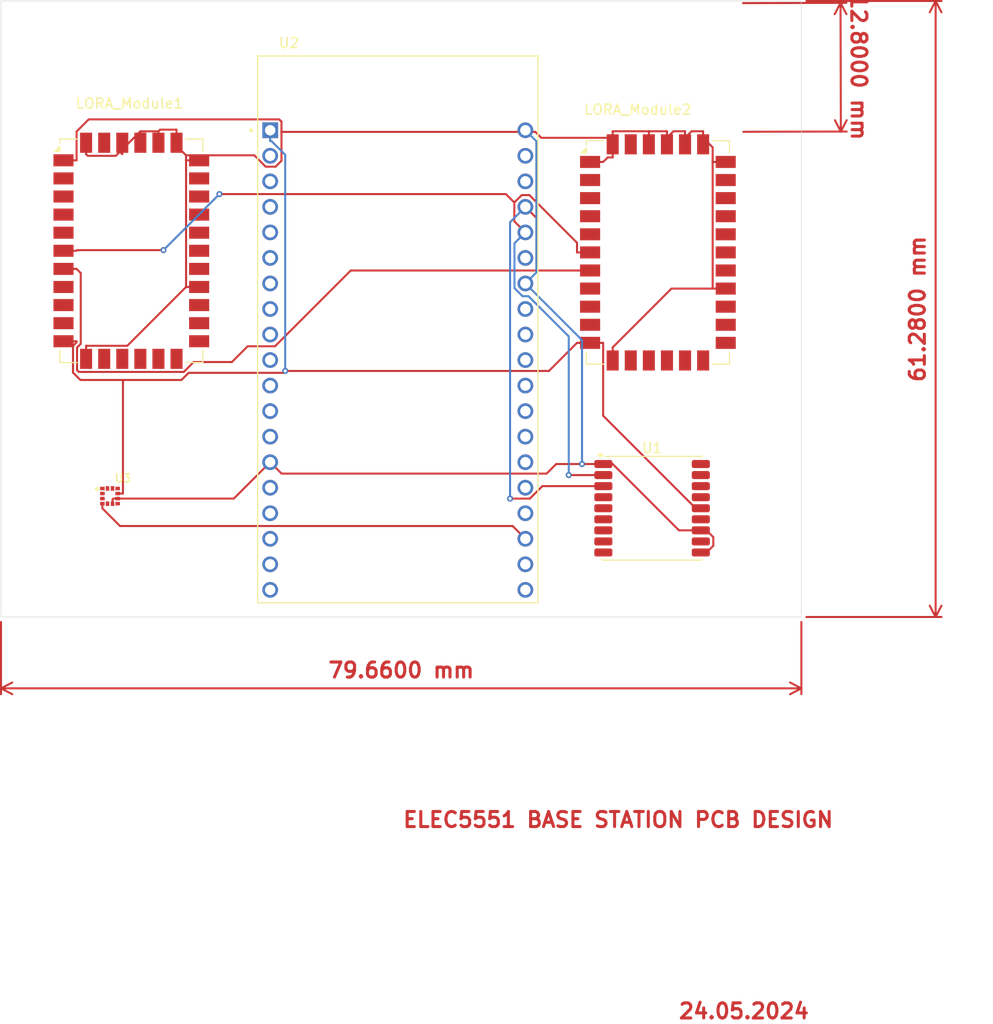
<source format=kicad_pcb>
(kicad_pcb (version 20240108) (generator "pcbnew") (generator_version "8.0")
  (layers (0 "F.Cu" signal) (31 "B.Cu" signal) (34 "B.Paste" user) (35 "F.Paste" user) (36 "B.SilkS" user "B.Silkscreen") (37 "F.SilkS" user "F.Silkscreen") (38 "B.Mask" user) (39 "F.Mask" user) (44 "Edge.Cuts" user))
  (net 0 "")
  (net 4 "GNDREF")
  (net 6 "Net-(LORA_Module1-PA9{slash}USART1_TX)")
  (net 12 "Net-(LORA_Module1-PA10{slash}USART1_RX)")
  (net 16 "Net-(LORA_Module1-VCC)")
  (net 21 "Net-(LORA_Module1-PB12)")
  (net 47 "Net-(LORA_Module2-PB13)")
  (net 77 "Net-(U2-EXT_5V)")
  (net 100 "Net-(U2-SD1)")
  (footprint "ESP32-DEVKITC-32D:MODULE_ESP32-DEVKITC-32D" (layer "F.Cu") (at 95.66 63.46)
    (property "Reference" "U2" (at -10.829175 -28.446045 0) (layer "F.SilkS") (effects (font (size 1.000386 1.000386))))
    (property "Value" "ESP32-DEVKITC-32D")
    (fp_line (start -13.95 -27.15) (end 13.95 -27.15) (stroke (width 0.127)) (layer "F.SilkS"))
    (fp_line (start -13.95 27.25) (end -13.95 -27.15) (stroke (width 0.127)) (layer "F.SilkS"))
    (fp_line (start 13.95 -27.15) (end 13.95 27.25) (stroke (width 0.127)) (layer "F.SilkS"))
    (fp_line (start 13.95 27.25) (end -13.95 27.25) (stroke (width 0.127)) (layer "F.SilkS"))
    (fp_circle (center -14.6 -19.76) (end -14.5 -19.76) (stroke (width 0.2)) (fill none) (layer "F.SilkS"))
    (pad "J2-1" thru_hole rect (at -12.7 -19.76) (size 1.56 1.56) (drill 1.04) (layers "*.Cu" "*.Mask") (net 16 "Net-(LORA_Module1-VCC)"))
    (pad "J2-2" thru_hole circle (at -12.7 -17.22) (size 1.56 1.56) (drill 1.04) (layers "*.Cu" "*.Mask"))
    (pad "J2-3" thru_hole circle (at -12.7 -14.68) (size 1.56 1.56) (drill 1.04) (layers "*.Cu" "*.Mask"))
    (pad "J2-4" thru_hole circle (at -12.7 -12.14) (size 1.56 1.56) (drill 1.04) (layers "*.Cu" "*.Mask"))
    (pad "J2-5" thru_hole circle (at -12.7 -9.6) (size 1.56 1.56) (drill 1.04) (layers "*.Cu" "*.Mask"))
    (pad "J2-6" thru_hole circle (at -12.7 -7.06) (size 1.56 1.56) (drill 1.04) (layers "*.Cu" "*.Mask"))
    (pad "J2-7" thru_hole circle (at -12.7 -4.52) (size 1.56 1.56) (drill 1.04) (layers "*.Cu" "*.Mask"))
    (pad "J2-8" thru_hole circle (at -12.7 -1.98) (size 1.56 1.56) (drill 1.04) (layers "*.Cu" "*.Mask"))
    (pad "J2-9" thru_hole circle (at -12.7 0.56) (size 1.56 1.56) (drill 1.04) (layers "*.Cu" "*.Mask"))
    (pad "J2-10" thru_hole circle (at -12.7 3.1) (size 1.56 1.56) (drill 1.04) (layers "*.Cu" "*.Mask"))
    (pad "J2-11" thru_hole circle (at -12.7 5.64) (size 1.56 1.56) (drill 1.04) (layers "*.Cu" "*.Mask"))
    (pad "J2-12" thru_hole circle (at -12.7 8.18) (size 1.56 1.56) (drill 1.04) (layers "*.Cu" "*.Mask"))
    (pad "J2-13" thru_hole circle (at -12.7 10.72) (size 1.56 1.56) (drill 1.04) (layers "*.Cu" "*.Mask"))
    (pad "J2-14" thru_hole circle (at -12.7 13.26) (size 1.56 1.56) (drill 1.04) (layers "*.Cu" "*.Mask") (net 4 "GNDREF"))
    (pad "J2-15" thru_hole circle (at -12.7 15.8) (size 1.56 1.56) (drill 1.04) (layers "*.Cu" "*.Mask"))
    (pad "J2-16" thru_hole circle (at -12.7 18.34) (size 1.56 1.56) (drill 1.04) (layers "*.Cu" "*.Mask"))
    (pad "J2-17" thru_hole circle (at -12.7 20.88) (size 1.56 1.56) (drill 1.04) (layers "*.Cu" "*.Mask"))
    (pad "J2-18" thru_hole circle (at -12.7 23.42) (size 1.56 1.56) (drill 1.04) (layers "*.Cu" "*.Mask"))
    (pad "J2-19" thru_hole circle (at -12.7 25.96) (size 1.56 1.56) (drill 1.04) (layers "*.Cu" "*.Mask") (net 77 "Net-(U2-EXT_5V)"))
    (pad "J3-1" thru_hole circle (at 12.7 -19.76) (size 1.56 1.56) (drill 1.04) (layers "*.Cu" "*.Mask") (net 4 "GNDREF"))
    (pad "J3-2" thru_hole circle (at 12.7 -17.22) (size 1.56 1.56) (drill 1.04) (layers "*.Cu" "*.Mask"))
    (pad "J3-3" thru_hole circle (at 12.7 -14.68) (size 1.56 1.56) (drill 1.04) (layers "*.Cu" "*.Mask"))
    (pad "J3-4" thru_hole circle (at 12.7 -12.14) (size 1.56 1.56) (drill 1.04) (layers "*.Cu" "*.Mask") (net 12 "Net-(LORA_Module1-PA10{slash}USART1_RX)"))
    (pad "J3-5" thru_hole circle (at 12.7 -9.6) (size 1.56 1.56) (drill 1.04) (layers "*.Cu" "*.Mask") (net 6 "Net-(LORA_Module1-PA9{slash}USART1_TX)"))
    (pad "J3-6" thru_hole circle (at 12.7 -7.06) (size 1.56 1.56) (drill 1.04) (layers "*.Cu" "*.Mask"))
    (pad "J3-7" thru_hole circle (at 12.7 -4.52) (size 1.56 1.56) (drill 1.04) (layers "*.Cu" "*.Mask") (net 4 "GNDREF"))
    (pad "J3-8" thru_hole circle (at 12.7 -1.98) (size 1.56 1.56) (drill 1.04) (layers "*.Cu" "*.Mask"))
    (pad "J3-9" thru_hole circle (at 12.7 0.56) (size 1.56 1.56) (drill 1.04) (layers "*.Cu" "*.Mask"))
    (pad "J3-10" thru_hole circle (at 12.7 3.1) (size 1.56 1.56) (drill 1.04) (layers "*.Cu" "*.Mask"))
    (pad "J3-11" thru_hole circle (at 12.7 5.64) (size 1.56 1.56) (drill 1.04) (layers "*.Cu" "*.Mask"))
    (pad "J3-12" thru_hole circle (at 12.7 8.18) (size 1.56 1.56) (drill 1.04) (layers "*.Cu" "*.Mask"))
    (pad "J3-13" thru_hole circle (at 12.7 10.72) (size 1.56 1.56) (drill 1.04) (layers "*.Cu" "*.Mask"))
    (pad "J3-14" thru_hole circle (at 12.7 13.26) (size 1.56 1.56) (drill 1.04) (layers "*.Cu" "*.Mask"))
    (pad "J3-15" thru_hole circle (at 12.7 15.8) (size 1.56 1.56) (drill 1.04) (layers "*.Cu" "*.Mask"))
    (pad "J3-16" thru_hole circle (at 12.7 18.34) (size 1.56 1.56) (drill 1.04) (layers "*.Cu" "*.Mask"))
    (pad "J3-17" thru_hole circle (at 12.7 20.88) (size 1.56 1.56) (drill 1.04) (layers "*.Cu" "*.Mask") (net 100 "Net-(U2-SD1)"))
    (pad "J3-18" thru_hole circle (at 12.7 23.42) (size 1.56 1.56) (drill 1.04) (layers "*.Cu" "*.Mask"))
    (pad "J3-19" thru_hole circle (at 12.7 25.96) (size 1.56 1.56) (drill 1.04) (layers "*.Cu" "*.Mask"))
  )
  (footprint "RF_Module:RAK811" (layer "F.Cu") (at 69.14 55.69)
    (property "Reference" "LORA_Module1" (at -0.18 -14.66 0) (layer "F.SilkS"))
    (property "Value" "RAK811-LF-CN470")
    (fp_line (start -7.12 -11.12) (end -7.12 -10.7) (stroke (width 0.12)) (layer "F.SilkS"))
    (fp_line (start -7.12 -11.12) (end -5.4 -11.12) (stroke (width 0.12)) (layer "F.SilkS"))
    (fp_line (start -7.12 11.12) (end -7.12 9.9) (stroke (width 0.12)) (layer "F.SilkS"))
    (fp_line (start -5.4 11.12) (end -7.12 11.12) (stroke (width 0.12)) (layer "F.SilkS"))
    (fp_line (start 5.4 -11.12) (end 7.12 -11.12) (stroke (width 0.12)) (layer "F.SilkS"))
    (fp_line (start 5.4 11.12) (end 7.12 11.12) (stroke (width 0.12)) (layer "F.SilkS"))
    (fp_line (start 7.12 -11.12) (end 7.12 -9.9) (stroke (width 0.12)) (layer "F.SilkS"))
    (fp_line (start 7.12 9.9) (end 7.12 11.12) (stroke (width 0.12)) (layer "F.SilkS"))
    (fp_poly (pts (xy -7.12 -9.9) (xy -7.62 -9.9) (xy -7.12 -10.4) (xy -7.12 -9.9)) (stroke (width 0.12)) (fill solid) (layer "F.SilkS"))
    (pad "1" smd rect (at -6.75 -9) (size 2 1.2) (layers "F.Cu" "F.Paste" "F.Mask") (net 4 "GNDREF"))
    (pad "2" smd rect (at -6.75 -7.2) (size 2 1.2) (layers "F.Cu" "F.Paste" "F.Mask") (net 21 "Net-(LORA_Module1-PB12)"))
    (pad "3" smd rect (at -6.75 -5.4) (size 2 1.2) (layers "F.Cu" "F.Paste" "F.Mask"))
    (pad "4" smd rect (at -6.75 -3.6) (size 2 1.2) (layers "F.Cu" "F.Paste" "F.Mask"))
    (pad "5" smd rect (at -6.75 -1.8) (size 2 1.2) (layers "F.Cu" "F.Paste" "F.Mask"))
    (pad "6" smd rect (at -6.75 0) (size 2 1.2) (layers "F.Cu" "F.Paste" "F.Mask") (net 6 "Net-(LORA_Module1-PA9{slash}USART1_TX)"))
    (pad "7" smd rect (at -6.75 1.8) (size 2 1.2) (layers "F.Cu" "F.Paste" "F.Mask") (net 12 "Net-(LORA_Module1-PA10{slash}USART1_RX)"))
    (pad "8" smd rect (at -6.75 3.6) (size 2 1.2) (layers "F.Cu" "F.Paste" "F.Mask"))
    (pad "9" smd rect (at -6.75 5.4) (size 2 1.2) (layers "F.Cu" "F.Paste" "F.Mask"))
    (pad "10" smd rect (at -6.75 7.2) (size 2 1.2) (layers "F.Cu" "F.Paste" "F.Mask"))
    (pad "11" smd rect (at -6.75 9) (size 2 1.2) (layers "F.Cu" "F.Paste" "F.Mask") (net 16 "Net-(LORA_Module1-VCC)"))
    (pad "12" smd rect (at -4.5 10.75) (size 1.2 2) (layers "F.Cu" "F.Paste" "F.Mask") (net 4 "GNDREF"))
    (pad "13" smd rect (at -2.7 10.75) (size 1.2 2) (layers "F.Cu" "F.Paste" "F.Mask"))
    (pad "14" smd rect (at -0.9 10.75) (size 1.2 2) (layers "F.Cu" "F.Paste" "F.Mask"))
    (pad "15" smd rect (at 0.9 10.75) (size 1.2 2) (layers "F.Cu" "F.Paste" "F.Mask"))
    (pad "16" smd rect (at 2.7 10.75) (size 1.2 2) (layers "F.Cu" "F.Paste" "F.Mask"))
    (pad "17" smd rect (at 4.5 10.75) (size 1.2 2) (layers "F.Cu" "F.Paste" "F.Mask"))
    (pad "18" smd rect (at 6.75 9) (size 2 1.2) (layers "F.Cu" "F.Paste" "F.Mask"))
    (pad "19" smd rect (at 6.75 7.2) (size 2 1.2) (layers "F.Cu" "F.Paste" "F.Mask"))
    (pad "20" smd rect (at 6.75 5.4) (size 2 1.2) (layers "F.Cu" "F.Paste" "F.Mask"))
    (pad "21" smd rect (at 6.75 3.6) (size 2 1.2) (layers "F.Cu" "F.Paste" "F.Mask") (net 4 "GNDREF"))
    (pad "22" smd rect (at 6.75 1.8) (size 2 1.2) (layers "F.Cu" "F.Paste" "F.Mask"))
    (pad "23" smd rect (at 6.75 0) (size 2 1.2) (layers "F.Cu" "F.Paste" "F.Mask"))
    (pad "24" smd rect (at 6.75 -1.8) (size 2 1.2) (layers "F.Cu" "F.Paste" "F.Mask"))
    (pad "25" smd rect (at 6.75 -3.6) (size 2 1.2) (layers "F.Cu" "F.Paste" "F.Mask"))
    (pad "26" smd rect (at 6.75 -5.4) (size 2 1.2) (layers "F.Cu" "F.Paste" "F.Mask"))
    (pad "27" smd rect (at 6.75 -7.2) (size 2 1.2) (layers "F.Cu" "F.Paste" "F.Mask"))
    (pad "28" smd rect (at 6.75 -9) (size 2 1.2) (layers "F.Cu" "F.Paste" "F.Mask") (net 4 "GNDREF"))
    (pad "29" smd rect (at 4.5 -10.75) (size 1.2 2) (layers "F.Cu" "F.Paste" "F.Mask") (net 4 "GNDREF"))
    (pad "30" smd rect (at 2.7 -10.75) (size 1.2 2) (layers "F.Cu" "F.Paste" "F.Mask") (net 4 "GNDREF"))
    (pad "31" smd rect (at 0.9 -10.75) (size 1.2 2) (layers "F.Cu" "F.Paste" "F.Mask") (net 4 "GNDREF"))
    (pad "32" smd rect (at -0.9 -10.75) (size 1.2 2) (layers "F.Cu" "F.Paste" "F.Mask") (net 4 "GNDREF"))
    (pad "33" smd rect (at -2.7 -10.75) (size 1.2 2) (layers "F.Cu" "F.Paste" "F.Mask"))
    (pad "34" smd rect (at -4.5 -10.75) (size 1.2 2) (layers "F.Cu" "F.Paste" "F.Mask") (net 4 "GNDREF"))
  )
  (footprint "RF_Module:RAK811" (layer "F.Cu") (at 121.55 55.85)
    (property "Reference" "LORA_Module2" (at -2 -14.21 0) (layer "F.SilkS"))
    (property "Value" "RAK811-LF-CN470")
    (fp_line (start -7.12 -11.12) (end -7.12 -10.7) (stroke (width 0.12)) (layer "F.SilkS"))
    (fp_line (start -7.12 -11.12) (end -5.4 -11.12) (stroke (width 0.12)) (layer "F.SilkS"))
    (fp_line (start -7.12 11.12) (end -7.12 9.9) (stroke (width 0.12)) (layer "F.SilkS"))
    (fp_line (start -5.4 11.12) (end -7.12 11.12) (stroke (width 0.12)) (layer "F.SilkS"))
    (fp_line (start 5.4 -11.12) (end 7.12 -11.12) (stroke (width 0.12)) (layer "F.SilkS"))
    (fp_line (start 5.4 11.12) (end 7.12 11.12) (stroke (width 0.12)) (layer "F.SilkS"))
    (fp_line (start 7.12 -11.12) (end 7.12 -9.9) (stroke (width 0.12)) (layer "F.SilkS"))
    (fp_line (start 7.12 9.9) (end 7.12 11.12) (stroke (width 0.12)) (layer "F.SilkS"))
    (fp_poly (pts (xy -7.12 -9.9) (xy -7.62 -9.9) (xy -7.12 -10.4) (xy -7.12 -9.9)) (stroke (width 0.12)) (fill solid) (layer "F.SilkS"))
    (pad "1" smd rect (at -6.75 -9) (size 2 1.2) (layers "F.Cu" "F.Paste" "F.Mask") (net 4 "GNDREF"))
    (pad "2" smd rect (at -6.75 -7.2) (size 2 1.2) (layers "F.Cu" "F.Paste" "F.Mask"))
    (pad "3" smd rect (at -6.75 -5.4) (size 2 1.2) (layers "F.Cu" "F.Paste" "F.Mask"))
    (pad "4" smd rect (at -6.75 -3.6) (size 2 1.2) (layers "F.Cu" "F.Paste" "F.Mask"))
    (pad "5" smd rect (at -6.75 -1.8) (size 2 1.2) (layers "F.Cu" "F.Paste" "F.Mask") (net 47 "Net-(LORA_Module2-PB13)"))
    (pad "6" smd rect (at -6.75 0) (size 2 1.2) (layers "F.Cu" "F.Paste" "F.Mask") (net 6 "Net-(LORA_Module1-PA9{slash}USART1_TX)"))
    (pad "7" smd rect (at -6.75 1.8) (size 2 1.2) (layers "F.Cu" "F.Paste" "F.Mask") (net 12 "Net-(LORA_Module1-PA10{slash}USART1_RX)"))
    (pad "8" smd rect (at -6.75 3.6) (size 2 1.2) (layers "F.Cu" "F.Paste" "F.Mask"))
    (pad "9" smd rect (at -6.75 5.4) (size 2 1.2) (layers "F.Cu" "F.Paste" "F.Mask"))
    (pad "10" smd rect (at -6.75 7.2) (size 2 1.2) (layers "F.Cu" "F.Paste" "F.Mask"))
    (pad "11" smd rect (at -6.75 9) (size 2 1.2) (layers "F.Cu" "F.Paste" "F.Mask") (net 16 "Net-(LORA_Module1-VCC)"))
    (pad "12" smd rect (at -4.5 10.75) (size 1.2 2) (layers "F.Cu" "F.Paste" "F.Mask") (net 4 "GNDREF"))
    (pad "13" smd rect (at -2.7 10.75) (size 1.2 2) (layers "F.Cu" "F.Paste" "F.Mask"))
    (pad "14" smd rect (at -0.9 10.75) (size 1.2 2) (layers "F.Cu" "F.Paste" "F.Mask"))
    (pad "15" smd rect (at 0.9 10.75) (size 1.2 2) (layers "F.Cu" "F.Paste" "F.Mask"))
    (pad "16" smd rect (at 2.7 10.75) (size 1.2 2) (layers "F.Cu" "F.Paste" "F.Mask"))
    (pad "17" smd rect (at 4.5 10.75) (size 1.2 2) (layers "F.Cu" "F.Paste" "F.Mask"))
    (pad "18" smd rect (at 6.75 9) (size 2 1.2) (layers "F.Cu" "F.Paste" "F.Mask"))
    (pad "19" smd rect (at 6.75 7.2) (size 2 1.2) (layers "F.Cu" "F.Paste" "F.Mask"))
    (pad "20" smd rect (at 6.75 5.4) (size 2 1.2) (layers "F.Cu" "F.Paste" "F.Mask"))
    (pad "21" smd rect (at 6.75 3.6) (size 2 1.2) (layers "F.Cu" "F.Paste" "F.Mask") (net 4 "GNDREF"))
    (pad "22" smd rect (at 6.75 1.8) (size 2 1.2) (layers "F.Cu" "F.Paste" "F.Mask"))
    (pad "23" smd rect (at 6.75 0) (size 2 1.2) (layers "F.Cu" "F.Paste" "F.Mask"))
    (pad "24" smd rect (at 6.75 -1.8) (size 2 1.2) (layers "F.Cu" "F.Paste" "F.Mask"))
    (pad "25" smd rect (at 6.75 -3.6) (size 2 1.2) (layers "F.Cu" "F.Paste" "F.Mask"))
    (pad "26" smd rect (at 6.75 -5.4) (size 2 1.2) (layers "F.Cu" "F.Paste" "F.Mask"))
    (pad "27" smd rect (at 6.75 -7.2) (size 2 1.2) (layers "F.Cu" "F.Paste" "F.Mask"))
    (pad "28" smd rect (at 6.75 -9) (size 2 1.2) (layers "F.Cu" "F.Paste" "F.Mask") (net 4 "GNDREF"))
    (pad "29" smd rect (at 4.5 -10.75) (size 1.2 2) (layers "F.Cu" "F.Paste" "F.Mask") (net 4 "GNDREF"))
    (pad "30" smd rect (at 2.7 -10.75) (size 1.2 2) (layers "F.Cu" "F.Paste" "F.Mask") (net 4 "GNDREF"))
    (pad "31" smd rect (at 0.9 -10.75) (size 1.2 2) (layers "F.Cu" "F.Paste" "F.Mask") (net 4 "GNDREF"))
    (pad "32" smd rect (at -0.9 -10.75) (size 1.2 2) (layers "F.Cu" "F.Paste" "F.Mask") (net 4 "GNDREF"))
    (pad "33" smd rect (at -2.7 -10.75) (size 1.2 2) (layers "F.Cu" "F.Paste" "F.Mask"))
    (pad "34" smd rect (at -4.5 -10.75) (size 1.2 2) (layers "F.Cu" "F.Paste" "F.Mask") (net 4 "GNDREF"))
  )
  (footprint "LSM303AGRTR:LGA12R50P_200X200X100" (layer "F.Cu") (at 67.02 80.09)
    (property "Reference" "U3" (at 1.284395 -1.764655 0) (layer "F.SilkS") (effects (font (size 0.800276 0.800276))))
    (property "Value" "LSM303AGRTR")
    (fp_circle (center -1.3 -0.7) (end -1.2 -0.7) (stroke (width 0.2)) (fill none) (layer "F.SilkS"))
    (pad "1" smd rect (at -0.76 -0.75) (size 0.45 0.35) (layers "F.Cu" "F.Paste") (clearance 0.11))
    (pad "2" smd rect (at -0.76 -0.25) (size 0.45 0.35) (layers "F.Cu" "F.Paste") (clearance 0.15))
    (pad "3" smd rect (at -0.76 0.25) (size 0.45 0.35) (layers "F.Cu" "F.Paste"))
    (pad "4" smd rect (at -0.76 0.75) (size 0.45 0.35) (layers "F.Cu" "F.Paste") (net 100 "Net-(U2-SD1)") (clearance 0.11))
    (pad "5" smd rect (at -0.25 0.76 90) (size 0.45 0.35) (layers "F.Cu" "F.Paste") (clearance 0.11))
    (pad "6" smd rect (at 0.25 0.76 90) (size 0.45 0.35) (layers "F.Cu" "F.Paste") (net 4 "GNDREF") (clearance 0.11))
    (pad "7" smd rect (at 0.76 0.75) (size 0.45 0.35) (layers "F.Cu" "F.Paste") (clearance 0.11))
    (pad "8" smd rect (at 0.76 0.25) (size 0.45 0.35) (layers "F.Cu" "F.Paste") (net 4 "GNDREF") (clearance 0.15))
    (pad "9" smd rect (at 0.76 -0.25) (size 0.45 0.35) (layers "F.Cu" "F.Paste") (net 16 "Net-(LORA_Module1-VCC)") (clearance 0.15))
    (pad "10" smd rect (at 0.76 -0.75) (size 0.45 0.35) (layers "F.Cu" "F.Paste") (clearance 0.11))
    (pad "11" smd rect (at 0.25 -0.76 90) (size 0.45 0.35) (layers "F.Cu" "F.Paste") (clearance 0.11))
    (pad "12" smd rect (at -0.25 -0.76 90) (size 0.45 0.35) (layers "F.Cu" "F.Paste") (clearance 0.11))
  )
  (footprint "RF_GPS:Quectel_L70-R" (layer "F.Cu") (at 120.97 81.3025)
    (property "Reference" "U1" (at 0 -6 0) (layer "F.SilkS"))
    (property "Value" "L70-R")
    (fp_line (start -4.96 5.06) (end -4.96 5.16) (stroke (width 0.12)) (layer "F.SilkS"))
    (fp_line (start -4.96 5.16) (end 4.96 5.16) (stroke (width 0.12)) (layer "F.SilkS"))
    (fp_line (start -4.77 -5.16) (end 4.96 -5.16) (stroke (width 0.12)) (layer "F.SilkS"))
    (fp_line (start 4.96 -5.16) (end 4.96 -5.06) (stroke (width 0.12)) (layer "F.SilkS"))
    (fp_line (start 4.96 5.06) (end 4.96 5.16) (stroke (width 0.12)) (layer "F.SilkS"))
    (fp_poly (pts (xy -5.14 -5.06) (xy -5.38 -5.39) (xy -4.9 -5.39) (xy -5.14 -5.06)) (stroke (width 0.12)) (fill solid) (layer "F.SilkS"))
    (pad "1" smd roundrect (at -4.85 -4.4) (size 1.8 0.8) (layers "F.Cu" "F.Paste" "F.Mask") (net 4 "GNDREF"))
    (pad "2" smd roundrect (at -4.85 -3.3) (size 1.8 0.8) (layers "F.Cu" "F.Paste" "F.Mask") (net 6 "Net-(LORA_Module1-PA9{slash}USART1_TX)"))
    (pad "3" smd roundrect (at -4.85 -2.2) (size 1.8 0.8) (layers "F.Cu" "F.Paste" "F.Mask") (net 12 "Net-(LORA_Module1-PA10{slash}USART1_RX)"))
    (pad "4" smd roundrect (at -4.85 -1.1) (size 1.8 0.8) (layers "F.Cu" "F.Paste" "F.Mask"))
    (pad "5" smd roundrect (at -4.85 0) (size 1.8 0.8) (layers "F.Cu" "F.Paste" "F.Mask"))
    (pad "6" smd roundrect (at -4.85 1.1) (size 1.8 0.8) (layers "F.Cu" "F.Paste" "F.Mask"))
    (pad "7" smd roundrect (at -4.85 2.2) (size 1.8 0.8) (layers "F.Cu" "F.Paste" "F.Mask"))
    (pad "8" smd roundrect (at -4.85 3.3) (size 1.8 0.8) (layers "F.Cu" "F.Paste" "F.Mask"))
    (pad "9" smd roundrect (at -4.85 4.4) (size 1.8 0.8) (layers "F.Cu" "F.Paste" "F.Mask"))
    (pad "10" smd roundrect (at 4.85 4.4) (size 1.8 0.8) (layers "F.Cu" "F.Paste" "F.Mask") (net 4 "GNDREF"))
    (pad "11" smd roundrect (at 4.85 3.3) (size 1.8 0.8) (layers "F.Cu" "F.Paste" "F.Mask"))
    (pad "12" smd roundrect (at 4.85 2.2) (size 1.8 0.8) (layers "F.Cu" "F.Paste" "F.Mask") (net 4 "GNDREF"))
    (pad "13" smd roundrect (at 4.85 1.1) (size 1.8 0.8) (layers "F.Cu" "F.Paste" "F.Mask"))
    (pad "14" smd roundrect (at 4.85 0) (size 1.8 0.8) (layers "F.Cu" "F.Paste" "F.Mask") (net 16 "Net-(LORA_Module1-VCC)"))
    (pad "15" smd roundrect (at 4.85 -1.1) (size 1.8 0.8) (layers "F.Cu" "F.Paste" "F.Mask"))
    (pad "16" smd roundrect (at 4.85 -2.2) (size 1.8 0.8) (layers "F.Cu" "F.Paste" "F.Mask"))
    (pad "17" smd roundrect (at 4.85 -3.3) (size 1.8 0.8) (layers "F.Cu" "F.Paste" "F.Mask"))
    (pad "18" smd roundrect (at 4.85 -4.4) (size 1.8 0.8) (layers "F.Cu" "F.Paste" "F.Mask"))
  )
  (gr_rect (start 56.17 30.84) (end 135.83 92.12) (stroke (width 0.05)) (fill none) (layer "Edge.Cuts"))
  (gr_text "24.05.2024" (at 123.48 132.21 0) (layer "F.Cu") (effects (font (size 1.5 1.5) (thickness 0.3) (bold yes)) (justify left bottom)))
  (gr_text "ELEC5551 BASE STATION PCB DESIGN" (at 96.04 113.17 0) (layer "F.Cu") (effects (font (size 1.5 1.5) (thickness 0.3) (bold yes)) (justify left bottom)))
  (dimension (type aligned) (layer "F.Cu") (pts (xy 56.17 92.12) (xy 135.83 92.12)) (height 7.1) (gr_text "79.6600 mm" (at 96 97.42 0) (layer "F.Cu") (effects (font (size 1.5 1.5) (thickness 0.3)))) (format (prefix "") (suffix "") (units 3) (units_format 1) (precision 4)) (style (thickness 0.2) (arrow_length 1.27) (text_position_mode 0) (extension_height 0.58642) (extension_offset 0.5) keep_text_aligned))
  (dimension (type aligned) (layer "F.Cu") (pts (xy 129.55 43.85) (xy 129.52 31.05)) (height 10.206477) (gr_text "12.8000 mm" (at 141.541444 37.42186 -89.86571326) (layer "F.Cu") (effects (font (size 1.5 1.5) (thickness 0.3)))) (format (prefix "") (suffix "") (units 3) (units_format 1) (precision 4)) (style (thickness 0.2) (arrow_length 1.27) (text_position_mode 0) (extension_height 0.58642) (extension_offset 0.5) keep_text_aligned))
  (dimension (type aligned) (layer "F.Cu") (pts (xy 135.83 30.84) (xy 135.83 92.12)) (height -13.36) (gr_text "61.2800 mm" (at 147.39 61.48 90) (layer "F.Cu") (effects (font (size 1.5 1.5) (thickness 0.3)))) (format (prefix "") (suffix "") (units 3) (units_format 1) (precision 4)) (style (thickness 0.2) (arrow_length 1.27) (text_position_mode 0) (extension_height 0.58642) (extension_offset 0.5) keep_text_aligned))
  (segment (start 109.3469 43.8597) (end 84.0855 43.8597) (width 0.2) (layer "F.Cu") (net 4))
  (segment (start 127.0686 85.0267) (end 127.0686 84.1853) (width 0.2) (layer "F.Cu") (net 4))
  (segment (start 68.24 46.0754) (end 68.0046 45.84) (width 0.2) (layer "F.Cu") (net 4))
  (segment (start 74.5883 46.1915) (end 74.9298 46.1915) (width 0.2) (layer "F.Cu") (net 4))
  (segment (start 127.0686 84.1853) (end 126.3858 83.5025) (width 0.2) (layer "F.Cu") (net 4))
  (segment (start 73.64 44.94) (end 73.64 45.2432) (width 0.2) (layer "F.Cu") (net 4))
  (segment (start 122.8983 59.45) (end 117.05 65.2983) (width 0.2) (layer "F.Cu") (net 4))
  (segment (start 117.05 45.1) (end 117.05 44.4491) (width 0.2) (layer "F.Cu") (net 4))
  (segment (start 114.8 46.85) (end 116.1017 46.85) (width 0.2) (layer "F.Cu") (net 4))
  (segment (start 120.65 43.7983) (end 122.45 43.7983) (width 0.2) (layer "F.Cu") (net 4))
  (segment (start 110.4751 77.8541) (end 84.0941 77.8541) (width 0.2) (layer "F.Cu") (net 4))
  (segment (start 126.9983 59.45) (end 122.8983 59.45) (width 0.2) (layer "F.Cu") (net 4))
  (segment (start 82.96 76.72) (end 79.34 80.34) (width 0.2) (layer "F.Cu") (net 4))
  (segment (start 111.4267 76.9025) (end 110.4751 77.8541) (width 0.2) (layer "F.Cu") (net 4))
  (segment (start 67.6029 46.2417) (end 64.8063 46.2417) (width 0.2) (layer "F.Cu") (net 4))
  (segment (start 76.8502 46.1915) (end 81.3818 46.1915) (width 0.2) (layer "F.Cu") (net 4))
  (segment (start 109.3469 43.8597) (end 108.5197 43.8597) (width 0.2) (layer "F.Cu") (net 4))
  (segment (start 68.74 65.1383) (end 74.5883 59.29) (width 0.2) (layer "F.Cu") (net 4))
  (segment (start 73.64 45.2432) (end 74.5883 46.1915) (width 0.2) (layer "F.Cu") (net 4))
  (segment (start 117.05 44.4491) (end 117.05 43.7983) (width 0.2) (layer "F.Cu") (net 4))
  (segment (start 64.8977 42.6183) (end 63.6917 43.8243) (width 0.2) (layer "F.Cu") (net 4))
  (segment (start 74.9313 46.19) (end 76.8487 46.19) (width 0.2) (layer "F.Cu") (net 4))
  (segment (start 70.04 44.94) (end 70.04 43.8046) (width 0.2) (layer "F.Cu") (net 4))
  (segment (start 126.3928 85.7025) (end 127.0686 85.0267) (width 0.2) (layer "F.Cu") (net 4))
  (segment (start 109.9363 44.4491) (end 109.3469 43.8597) (width 0.2) (layer "F.Cu") (net 4))
  (segment (start 126.9983 46.8515) (end 126.9983 59.45) (width 0.2) (layer "F.Cu") (net 4))
  (segment (start 126.9983 45.3974) (end 126.9983 46.85) (width 0.2) (layer "F.Cu") (net 4))
  (segment (start 67.355 80.34) (end 67.78 80.34) (width 0.2) (layer "F.Cu") (net 4))
  (segment (start 82.512 47.3217) (end 83.4955 47.3217) (width 0.2) (layer "F.Cu") (net 4))
  (segment (start 71.84 43.8046) (end 72.0063 43.6383) (width 0.2) (layer "F.Cu") (net 4))
  (segment (start 117.05 76.9025) (end 116.12 76.9025) (width 0.2) (layer "F.Cu") (net 4))
  (segment (start 83.865 42.6183) (end 64.8977 42.6183) (width 0.2) (layer "F.Cu") (net 4))
  (segment (start 64.64 66.44) (end 64.64 65.1383) (width 0.2) (layer "F.Cu") (net 4))
  (segment (start 126.05 45.1) (end 126.05 44.4491) (width 0.2) (layer "F.Cu") (net 4))
  (segment (start 126.3858 83.5025) (end 125.82 83.5025) (width 0.2) (layer "F.Cu") (net 4))
  (segment (start 117.05 44.4491) (end 109.9363 44.4491) (width 0.2) (layer "F.Cu") (net 4))
  (segment (start 124.25 45.1) (end 124.25 44.4491) (width 0.2) (layer "F.Cu") (net 4))
  (segment (start 84.0855 46.7317) (end 84.0855 43.8597) (width 0.2) (layer "F.Cu") (net 4))
  (segment (start 67.27 80.85) (end 67.27 80.425) (width 0.2) (layer "F.Cu") (net 4))
  (segment (start 126.05 44.4491) (end 126.9983 45.3974) (width 0.2) (layer "F.Cu") (net 4))
  (segment (start 76.8487 46.19) (end 76.8502 46.1915) (width 0.2) (layer "F.Cu") (net 4))
  (segment (start 75.89 46.69) (end 74.5883 46.69) (width 0.2) (layer "F.Cu") (net 4))
  (segment (start 74.5883 46.1915) (end 74.5883 46.69) (width 0.2) (layer "F.Cu") (net 4))
  (segment (start 68.0046 45.84) (end 67.6029 46.2417) (width 0.2) (layer "F.Cu") (net 4))
  (segment (start 81.3818 46.1915) (end 82.512 47.3217) (width 0.2) (layer "F.Cu") (net 4))
  (segment (start 75.89 59.29) (end 74.5883 59.29) (width 0.2) (layer "F.Cu") (net 4))
  (segment (start 122.45 44.4491) (end 122.45 43.7983) (width 0.2) (layer "F.Cu") (net 4))
  (segment (start 127.0992 46.85) (end 126.9998 46.85) (width 0.2) (layer "F.Cu") (net 4))
  (segment (start 124.25 44.4491) (end 124.25 43.7983) (width 0.2) (layer "F.Cu") (net 4))
  (segment (start 123.1008 43.7983) (end 124.25 43.7983) (width 0.2) (layer "F.Cu") (net 4))
  (segment (start 79.34 80.34) (end 67.78 80.34) (width 0.2) (layer "F.Cu") (net 4))
  (segment (start 108.5197 43.8597) (end 108.36 43.7) (width 0.2) (layer "F.Cu") (net 4))
  (segment (start 73.64 44.94) (end 73.64 43.6383) (width 0.2) (layer "F.Cu") (net 4))
  (segment (start 126.05 44.4491) (end 126.05 43.7983) (width 0.2) (layer "F.Cu") (net 4))
  (segment (start 124.9008 43.7983) (end 126.05 43.7983) (width 0.2) (layer "F.Cu") (net 4))
  (segment (start 64.8063 46.2417) (end 64.64 46.0754) (width 0.2) (layer "F.Cu") (net 4))
  (segment (start 122.45 45.1) (end 122.45 44.4491) (width 0.2) (layer "F.Cu") (net 4))
  (segment (start 72.0063 43.6383) (end 73.64 43.6383) (width 0.2) (layer "F.Cu") (net 4))
  (segment (start 120.6485 43.7983) (end 117.05 43.7983) (width 0.2) (layer "F.Cu") (net 4))
  (segment (start 125.82 83.5025) (end 123.65 83.5025) (width 0.2) (layer "F.Cu") (net 4))
  (segment (start 113.9967 76.9025) (end 111.4267 76.9025) (width 0.2) (layer "F.Cu") (net 4))
  (segment (start 123.65 83.5025) (end 117.05 76.9025) (width 0.2) (layer "F.Cu") (net 4))
  (segment (start 74.9298 46.1915) (end 74.9313 46.19) (width 0.2) (layer "F.Cu") (net 4))
  (segment (start 116.12 76.9025) (end 113.9967 76.9025) (width 0.2) (layer "F.Cu") (net 4))
  (segment (start 83.4955 47.3217) (end 84.0855 46.7317) (width 0.2) (layer "F.Cu") (net 4))
  (segment (start 63.6917 43.8243) (end 63.6917 46.69) (width 0.2) (layer "F.Cu") (net 4))
  (segment (start 126.9998 46.85) (end 126.9983 46.85) (width 0.2) (layer "F.Cu") (net 4))
  (segment (start 120.65 43.7998) (end 120.65 43.7983) (width 0.2) (layer "F.Cu") (net 4))
  (segment (start 120.65 45.1) (end 120.65 43.8991) (width 0.2) (layer "F.Cu") (net 4))
  (segment (start 68.0046 45.84) (end 70.04 43.8046) (width 0.2) (layer "F.Cu") (net 4))
  (segment (start 62.39 46.69) (end 63.6917 46.69) (width 0.2) (layer "F.Cu") (net 4))
  (segment (start 64.64 65.1383) (end 68.74 65.1383) (width 0.2) (layer "F.Cu") (net 4))
  (segment (start 124.25 44.4491) (end 124.9008 43.7983) (width 0.2) (layer "F.Cu") (net 4))
  (segment (start 117.05 66.6) (end 117.05 65.2983) (width 0.2) (layer "F.Cu") (net 4))
  (segment (start 122.45 44.4491) (end 123.1008 43.7983) (width 0.2) (layer "F.Cu") (net 4))
  (segment (start 68.24 44.94) (end 68.24 46.0754) (width 0.2) (layer "F.Cu") (net 4))
  (segment (start 117.05 45.1) (end 117.05 46.4017) (width 0.2) (layer "F.Cu") (net 4))
  (segment (start 128.3 59.45) (end 126.9983 59.45) (width 0.2) (layer "F.Cu") (net 4))
  (segment (start 84.0855 43.8597) (end 84.0855 42.8388) (width 0.2) (layer "F.Cu") (net 4))
  (segment (start 70.04 43.8046) (end 71.84 43.8046) (width 0.2) (layer "F.Cu") (net 4))
  (segment (start 120.65 43.7998) (end 120.6485 43.7983) (width 0.2) (layer "F.Cu") (net 4))
  (segment (start 117.05 46.4017) (end 116.55 46.4017) (width 0.2) (layer "F.Cu") (net 4))
  (segment (start 126.9998 46.85) (end 126.9983 46.8515) (width 0.2) (layer "F.Cu") (net 4))
  (segment (start 71.84 44.94) (end 71.84 43.8046) (width 0.2) (layer "F.Cu") (net 4))
  (segment (start 84.0855 42.8388) (end 83.865 42.6183) (width 0.2) (layer "F.Cu") (net 4))
  (segment (start 128.3 46.85) (end 127.0992 46.85) (width 0.2) (layer "F.Cu") (net 4))
  (segment (start 67.27 80.425) (end 67.355 80.34) (width 0.2) (layer "F.Cu") (net 4))
  (segment (start 125.82 85.7025) (end 126.3928 85.7025) (width 0.2) (layer "F.Cu") (net 4))
  (segment (start 84.0941 77.8541) (end 82.96 76.72) (width 0.2) (layer "F.Cu") (net 4))
  (segment (start 116.55 46.4017) (end 116.1017 46.85) (width 0.2) (layer "F.Cu") (net 4))
  (segment (start 74.5883 59.29) (end 74.5883 46.69) (width 0.2) (layer "F.Cu") (net 4))
  (segment (start 120.65 43.8991) (end 120.65 43.7998) (width 0.2) (layer "F.Cu") (net 4))
  (segment (start 64.64 44.94) (end 64.64 46.0754) (width 0.2) (layer "F.Cu") (net 4))
  (via (at 113.9967 76.9025) (size 0.6) (drill 0.3) (layers "F.Cu" "B.Cu") (net 4))
  (segment (start 108.36 43.7) (end 109.4548 44.7948) (width 0.2) (layer "B.Cu") (net 4))
  (segment (start 109.4548 57.8452) (end 108.36 58.94) (width 0.2) (layer "B.Cu") (net 4))
  (segment (start 109.4548 44.7948) (end 109.4548 57.8452) (width 0.2) (layer "B.Cu") (net 4))
  (segment (start 108.36 58.94) (end 113.9967 64.5767) (width 0.2) (layer "B.Cu") (net 4))
  (segment (start 113.9967 64.5767) (end 113.9967 76.9025) (width 0.2) (layer "B.Cu") (net 4))
  (segment (start 108.756 50.1494) (end 113.4983 54.8917) (width 0.2) (layer "F.Cu") (net 6))
  (segment (start 114.8 55.85) (end 113.4983 55.85) (width 0.2) (layer "F.Cu") (net 6))
  (segment (start 106.4249 50.05) (end 77.9116 50.05) (width 0.2) (layer "F.Cu") (net 6))
  (segment (start 108.36 53.86) (end 107.2601 52.7601) (width 0.2) (layer "F.Cu") (net 6))
  (segment (start 107.2601 50.8852) (end 107.9959 50.1494) (width 0.2) (layer "F.Cu") (net 6))
  (segment (start 107.9959 50.1494) (end 108.756 50.1494) (width 0.2) (layer "F.Cu") (net 6))
  (segment (start 112.6742 78.0025) (end 116.12 78.0025) (width 0.2) (layer "F.Cu") (net 6))
  (segment (start 113.4983 54.8917) (end 113.4983 55.85) (width 0.2) (layer "F.Cu") (net 6))
  (segment (start 62.39 55.69) (end 63.6917 55.69) (width 0.2) (layer "F.Cu") (net 6))
  (segment (start 63.758 55.6237) (end 63.6917 55.69) (width 0.2) (layer "F.Cu") (net 6))
  (segment (start 107.2601 50.8852) (end 106.4249 50.05) (width 0.2) (layer "F.Cu") (net 6))
  (segment (start 72.3379 55.6237) (end 63.758 55.6237) (width 0.2) (layer "F.Cu") (net 6))
  (segment (start 107.2601 52.7601) (end 107.2601 50.8852) (width 0.2) (layer "F.Cu") (net 6))
  (via (at 77.9116 50.05) (size 0.6) (drill 0.3) (layers "F.Cu" "B.Cu") (net 6))
  (via (at 112.6742 78.0025) (size 0.6) (drill 0.3) (layers "F.Cu" "B.Cu") (net 6))
  (via (at 72.3379 55.6237) (size 0.6) (drill 0.3) (layers "F.Cu" "B.Cu") (net 6))
  (segment (start 112.6742 64.2102) (end 112.6742 78.0025) (width 0.2) (layer "B.Cu") (net 6))
  (segment (start 107.2742 54.9458) (end 107.2742 59.4061) (width 0.2) (layer "B.Cu") (net 6))
  (segment (start 107.2742 59.4061) (end 108.0781 60.21) (width 0.2) (layer "B.Cu") (net 6))
  (segment (start 108.674 60.21) (end 112.6742 64.2102) (width 0.2) (layer "B.Cu") (net 6))
  (segment (start 108.0781 60.21) (end 108.674 60.21) (width 0.2) (layer "B.Cu") (net 6))
  (segment (start 77.9116 50.05) (end 72.3379 55.6237) (width 0.2) (layer "B.Cu") (net 6))
  (segment (start 108.36 53.86) (end 107.2742 54.9458) (width 0.2) (layer "B.Cu") (net 6))
  (segment (start 109.484 57.65) (end 113.5992 57.65) (width 0.2) (layer "F.Cu") (net 12))
  (segment (start 109.484 52.444) (end 109.484 57.65) (width 0.2) (layer "F.Cu") (net 12))
  (segment (start 63.9151 65.1383) (end 63.915 65.1383) (width 0.2) (layer "F.Cu") (net 12))
  (segment (start 74.5417 67.565) (end 74.5417 67.5649) (width 0.2) (layer "F.Cu") (net 12))
  (segment (start 110.0473 79.1025) (end 108.8081 80.3417) (width 0.2) (layer "F.Cu") (net 12))
  (segment (start 74.365 67.7417) (end 74.5417 67.565) (width 0.2) (layer "F.Cu") (net 12))
  (segment (start 75.3502 66.7564) (end 79.1504 66.7564) (width 0.2) (layer "F.Cu") (net 12))
  (segment (start 114.8 57.65) (end 113.5992 57.65) (width 0.2) (layer "F.Cu") (net 12))
  (segment (start 74.5417 67.5649) (end 75.3502 66.7564) (width 0.2) (layer "F.Cu") (net 12))
  (segment (start 63.7383 67.565) (end 63.915 67.7417) (width 0.2) (layer "F.Cu") (net 12))
  (segment (start 64.1053 64.9481) (end 63.9151 65.1383) (width 0.2) (layer "F.Cu") (net 12))
  (segment (start 116.12 79.1025) (end 110.0473 79.1025) (width 0.2) (layer "F.Cu") (net 12))
  (segment (start 63.6917 57.49) (end 64.1053 57.9036) (width 0.2) (layer "F.Cu") (net 12))
  (segment (start 90.9773 57.65) (end 109.484 57.65) (width 0.2) (layer "F.Cu") (net 12))
  (segment (start 83.4373 65.19) (end 90.9773 57.65) (width 0.2) (layer "F.Cu") (net 12))
  (segment (start 80.7168 65.19) (end 83.4373 65.19) (width 0.2) (layer "F.Cu") (net 12))
  (segment (start 79.1504 66.7564) (end 80.7168 65.19) (width 0.2) (layer "F.Cu") (net 12))
  (segment (start 62.39 57.49) (end 63.6917 57.49) (width 0.2) (layer "F.Cu") (net 12))
  (segment (start 108.8081 80.3417) (end 106.8367 80.3417) (width 0.2) (layer "F.Cu") (net 12))
  (segment (start 108.36 51.32) (end 109.484 52.444) (width 0.2) (layer "F.Cu") (net 12))
  (segment (start 64.1053 57.9036) (end 64.1053 64.9481) (width 0.2) (layer "F.Cu") (net 12))
  (segment (start 63.915 67.7417) (end 74.365 67.7417) (width 0.2) (layer "F.Cu") (net 12))
  (segment (start 63.915 65.1383) (end 63.7383 65.315) (width 0.2) (layer "F.Cu") (net 12))
  (segment (start 63.7383 65.315) (end 63.7383 67.565) (width 0.2) (layer "F.Cu") (net 12))
  (via (at 106.8367 80.3417) (size 0.6) (drill 0.3) (layers "F.Cu" "B.Cu") (net 12))
  (segment (start 108.36 51.32) (end 106.8367 52.8433) (width 0.2) (layer "B.Cu") (net 12))
  (segment (start 106.8367 52.8433) (end 106.8367 80.3417) (width 0.2) (layer "B.Cu") (net 12))
  (segment (start 68.3067 79.84) (end 68.3067 68.5418) (width 0.2) (layer "F.Cu") (net 16))
  (segment (start 84.4582 67.6429) (end 110.7054 67.6429) (width 0.2) (layer "F.Cu") (net 16))
  (segment (start 110.7054 67.6429) (end 113.4983 64.85) (width 0.2) (layer "F.Cu") (net 16))
  (segment (start 116.1017 64.85) (end 116.1017 72.0996) (width 0.2) (layer "F.Cu") (net 16))
  (segment (start 125.3046 81.3025) (end 125.82 81.3025) (width 0.2) (layer "F.Cu") (net 16))
  (segment (start 63.6917 64.7936) (end 63.3366 65.1487) (width 0.2) (layer "F.Cu") (net 16))
  (segment (start 114.8 64.85) (end 113.4983 64.85) (width 0.2) (layer "F.Cu") (net 16))
  (segment (start 68.3067 68.5418) (end 74.1329 68.5418) (width 0.2) (layer "F.Cu") (net 16))
  (segment (start 63.6917 64.69) (end 63.6917 64.7936) (width 0.2) (layer "F.Cu") (net 16))
  (segment (start 74.1329 68.5418) (end 74.8447 67.83) (width 0.2) (layer "F.Cu") (net 16))
  (segment (start 114.8 64.85) (end 116.1017 64.85) (width 0.2) (layer "F.Cu") (net 16))
  (segment (start 63.3366 67.8069) (end 64.0715 68.5418) (width 0.2) (layer "F.Cu") (net 16))
  (segment (start 84.2711 67.83) (end 84.4582 67.6429) (width 0.2) (layer "F.Cu") (net 16))
  (segment (start 63.3366 65.1487) (end 63.3366 67.8069) (width 0.2) (layer "F.Cu") (net 16))
  (segment (start 67.78 79.84) (end 68.3067 79.84) (width 0.2) (layer "F.Cu") (net 16))
  (segment (start 62.39 64.69) (end 63.6917 64.69) (width 0.2) (layer "F.Cu") (net 16))
  (segment (start 64.0715 68.5418) (end 68.3067 68.5418) (width 0.2) (layer "F.Cu") (net 16))
  (segment (start 116.1017 72.0996) (end 125.3046 81.3025) (width 0.2) (layer "F.Cu") (net 16))
  (segment (start 74.8447 67.83) (end 84.2711 67.83) (width 0.2) (layer "F.Cu") (net 16))
  (via (at 84.4582 67.6429) (size 0.6) (drill 0.3) (layers "F.Cu" "B.Cu") (net 16))
  (segment (start 82.96 43.7) (end 82.96 44.7817) (width 0.2) (layer "B.Cu") (net 16))
  (segment (start 83.0952 44.7817) (end 84.4582 46.1447) (width 0.2) (layer "B.Cu") (net 16))
  (segment (start 84.4582 46.1447) (end 84.4582 67.6429) (width 0.2) (layer "B.Cu") (net 16))
  (segment (start 82.96 44.7817) (end 83.0952 44.7817) (width 0.2) (layer "B.Cu") (net 16))
  (segment (start 66.26 81.3167) (end 68.0133 83.07) (width 0.2) (layer "F.Cu") (net 100))
  (segment (start 107.09 83.07) (end 108.36 84.34) (width 0.2) (layer "F.Cu") (net 100))
  (segment (start 66.26 80.84) (end 66.26 81.3167) (width 0.2) (layer "F.Cu") (net 100))
  (segment (start 68.0133 83.07) (end 107.09 83.07) (width 0.2) (layer "F.Cu") (net 100))
)
</source>
